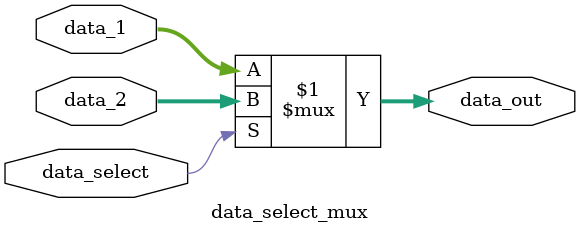
<source format=v>
module data_select_mux(
	input data_select,
	input [31:0] data_1,
	input [31:0] data_2,
	output [31:0] data_out);

	assign data_out = data_select ? data_2 : data_1;

endmodule // data_select_mux
</source>
